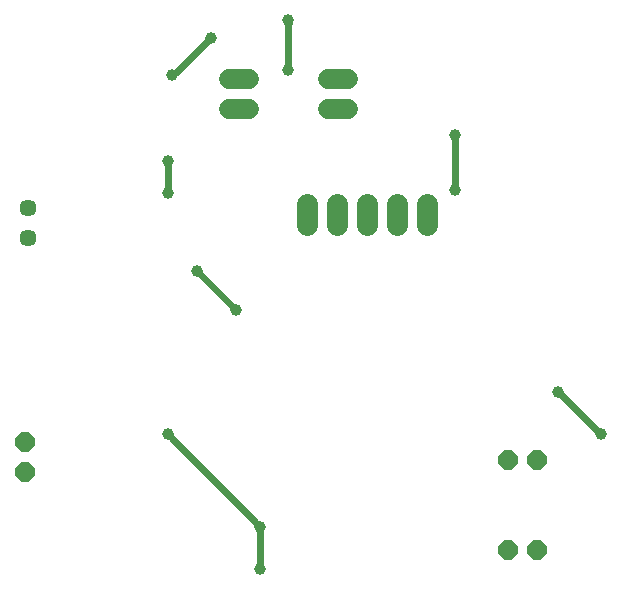
<source format=gbr>
G04 EAGLE Gerber RS-274X export*
G75*
%MOMM*%
%FSLAX34Y34*%
%LPD*%
%INTop Copper*%
%IPPOS*%
%AMOC8*
5,1,8,0,0,1.08239X$1,22.5*%
G01*
%ADD10C,1.452800*%
%ADD11P,1.759533X8X292.500000*%
%ADD12P,1.759533X8X112.500000*%
%ADD13C,1.727200*%
%ADD14C,1.812800*%
%ADD15C,1.006400*%
%ADD16C,0.600000*%


D10*
X55500Y323600D03*
X55500Y298600D03*
D11*
X52900Y125900D03*
X52900Y100500D03*
D12*
X486000Y33900D03*
X486000Y110100D03*
D11*
X462000Y110100D03*
X462000Y33900D03*
D13*
X242636Y432700D02*
X225364Y432700D01*
X225364Y407300D02*
X242636Y407300D01*
X309364Y407300D02*
X326636Y407300D01*
X326636Y432700D02*
X309364Y432700D01*
D14*
X392800Y327064D02*
X392800Y308936D01*
X367400Y308936D02*
X367400Y327064D01*
X342000Y327064D02*
X342000Y308936D01*
X316600Y308936D02*
X316600Y327064D01*
X291200Y327064D02*
X291200Y308936D01*
D15*
X417100Y385300D03*
D16*
X417100Y339100D01*
X417000Y339000D01*
D15*
X417000Y339000D03*
X231000Y237000D03*
D16*
X198000Y270000D01*
D15*
X198000Y270000D03*
X173500Y363300D03*
D16*
X173500Y336500D01*
X174000Y336000D01*
D15*
X174000Y336000D03*
X174000Y132000D03*
D16*
X252000Y54000D01*
D15*
X252000Y54000D03*
X252000Y18000D03*
D16*
X252000Y54000D01*
D15*
X210000Y468000D03*
D16*
X178400Y436400D01*
X177000Y436400D01*
D15*
X177000Y436400D03*
X540000Y132000D03*
D16*
X504000Y168000D01*
D15*
X504000Y168000D03*
X275700Y440600D03*
D16*
X275700Y479700D01*
X276000Y480000D01*
X276000Y482500D01*
X275500Y483000D01*
D15*
X275500Y483000D03*
M02*

</source>
